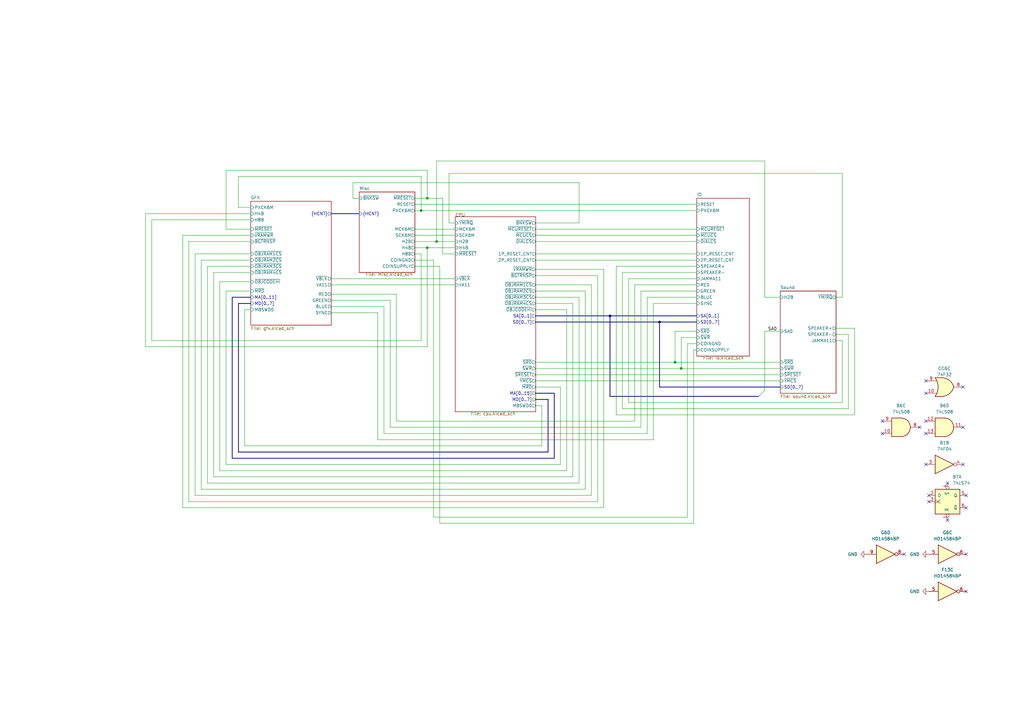
<source format=kicad_sch>
(kicad_sch (version 20211123) (generator eeschema)
  (paper "A3")
  (title_block (title "Arkanoid: Revenge of Doh ") (date "2023-02-22") (company "Ulf Skutnabba, twitter: @skutis77") (comment 1 "Seta number: P0-022-A"))
  (lib_symbols
    (symbol "jt74:74LS04" (pin_names (offset 1.016))
      (property "Reference" "U" (at 0 1.27 0))
      (property "Value" "74LS04" (at 0 -1.27 0))
      (symbol "74LS04_1_0"
        (polyline (pts (xy -3.81 3.81) (xy -3.81 -3.81) (xy 3.81 0) (xy -3.81 3.81)) (stroke (width 0.254)) (fill (type background)))
        (pin input line (at -7.62 0 0) (length 3.81) (name "~") (number "1"))
        (pin output inverted (at 7.62 0 180) (length 3.81) (name "~") (number "2"))
      )
      (symbol "74LS04_2_0"
        (polyline (pts (xy -3.81 3.81) (xy -3.81 -3.81) (xy 3.81 0) (xy -3.81 3.81)) (stroke (width 0.254)) (fill (type background)))
        (pin input line (at -7.62 0 0) (length 3.81) (name "~") (number "3"))
        (pin output inverted (at 7.62 0 180) (length 3.81) (name "~") (number "4"))
      )
      (symbol "74LS04_3_0"
        (polyline (pts (xy -3.81 3.81) (xy -3.81 -3.81) (xy 3.81 0) (xy -3.81 3.81)) (stroke (width 0.254)) (fill (type background)))
        (pin input line (at -7.62 0 0) (length 3.81) (name "~") (number "5"))
        (pin output inverted (at 7.62 0 180) (length 3.81) (name "~") (number "6"))
      )
      (symbol "74LS04_4_0"
        (polyline (pts (xy -3.81 3.81) (xy -3.81 -3.81) (xy 3.81 0) (xy -3.81 3.81)) (stroke (width 0.254)) (fill (type background)))
        (pin output inverted (at 7.62 0 180) (length 3.81) (name "~") (number "8"))
        (pin input line (at -7.62 0 0) (length 3.81) (name "~") (number "9"))
      )
      (symbol "74LS04_5_0"
        (polyline (pts (xy -3.81 3.81) (xy -3.81 -3.81) (xy 3.81 0) (xy -3.81 3.81)) (stroke (width 0.254)) (fill (type background)))
        (pin output inverted (at 7.62 0 180) (length 3.81) (name "~") (number "10"))
        (pin input line (at -7.62 0 0) (length 3.81) (name "~") (number "11"))
      )
      (symbol "74LS04_6_0"
        (polyline (pts (xy -3.81 3.81) (xy -3.81 -3.81) (xy 3.81 0) (xy -3.81 3.81)) (stroke (width 0.254)) (fill (type background)))
        (pin output inverted (at 7.62 0 180) (length 3.81) (name "~") (number "12"))
        (pin input line (at -7.62 0 0) (length 3.81) (name "~") (number "13"))
      )
      (symbol "74LS04_7_0"
        (pin power_in line (at 0 7.62 270) (length 5.08) hide (name "VCC") (number "14"))
        (pin power_in line (at 0 -7.62 90) (length 5.08) hide (name "VSS") (number "7"))
      )
      (symbol "74LS04_7_1"
        (rectangle (start -5.08 7.62) (end 5.08 -7.62) (stroke (width 0.254)) (fill (type background)))
      )
    )
    (symbol "jt74:74LS08" (pin_names (offset 1.016))
      (property "Reference" "U" (at 0 1.27 0))
      (property "Value" "74LS08" (at 0 -1.27 0))
      (symbol "74LS08_1_1"
        (arc (start 0 -3.81) (mid 3.81 0) (end 0 3.81) (stroke (width 0.254)) (fill (type background)))
        (polyline (pts (xy 0 3.81) (xy -3.81 3.81) (xy -3.81 -3.81) (xy 0 -3.81)) (stroke (width 0.254)) (fill (type background)))
        (pin input line (at -7.62 2.54 0) (length 3.81) (name "~") (number "1"))
        (pin input line (at -7.62 -2.54 0) (length 3.81) (name "~") (number "2"))
        (pin output line (at 7.62 0 180) (length 3.81) (name "~") (number "3"))
      )
      (symbol "74LS08_1_2"
        (arc (start -3.81 -3.81) (mid -2.589 0) (end -3.81 3.81) (stroke (width 0.254)))
        (arc (start -0.6096 -3.81) (mid 2.1855 -2.584) (end 3.81 0) (stroke (width 0.254)) (fill (type background)))
        (polyline (pts (xy -3.81 -3.81) (xy -0.635 -3.81)) (stroke (width 0.254)) (fill (type background)))
        (polyline (pts (xy -3.81 3.81) (xy -0.635 3.81)) (stroke (width 0.254)) (fill (type background)))
        (polyline (pts (xy -0.635 3.81) (xy -3.81 3.81) (xy -3.81 3.81) (xy -3.556 3.4036) (xy -3.0226 2.2606) (xy -2.6924 1.0414) (xy -2.6162 -0.254) (xy -2.7686 -1.4986) (xy -3.175 -2.7178) (xy -3.81 -3.81) (xy -3.81 -3.81) (xy -0.635 -3.81)) (stroke (width -25.4)) (fill (type background)))
        (arc (start 3.81 0) (mid 2.1928 2.5925) (end -0.6096 3.81) (stroke (width 0.254)) (fill (type background)))
        (pin input inverted (at -7.62 2.54 0) (length 4.318) (name "~") (number "1"))
        (pin input inverted (at -7.62 -2.54 0) (length 4.318) (name "~") (number "2"))
        (pin output inverted (at 7.62 0 180) (length 3.81) (name "~") (number "3"))
      )
      (symbol "74LS08_2_1"
        (arc (start 0 -3.81) (mid 3.81 0) (end 0 3.81) (stroke (width 0.254)) (fill (type background)))
        (polyline (pts (xy 0 3.81) (xy -3.81 3.81) (xy -3.81 -3.81) (xy 0 -3.81)) (stroke (width 0.254)) (fill (type background)))
        (pin input line (at -7.62 2.54 0) (length 3.81) (name "~") (number "4"))
        (pin input line (at -7.62 -2.54 0) (length 3.81) (name "~") (number "5"))
        (pin output line (at 7.62 0 180) (length 3.81) (name "~") (number "6"))
      )
      (symbol "74LS08_2_2"
        (arc (start -3.81 -3.81) (mid -2.589 0) (end -3.81 3.81) (stroke (width 0.254)))
        (arc (start -0.6096 -3.81) (mid 2.1855 -2.584) (end 3.81 0) (stroke (width 0.254)) (fill (type background)))
        (polyline (pts (xy -3.81 -3.81) (xy -0.635 -3.81)) (stroke (width 0.254)) (fill (type background)))
        (polyline (pts (xy -3.81 3.81) (xy -0.635 3.81)) (stroke (width 0.254)) (fill (type background)))
        (polyline (pts (xy -0.635 3.81) (xy -3.81 3.81) (xy -3.81 3.81) (xy -3.556 3.4036) (xy -3.0226 2.2606) (xy -2.6924 1.0414) (xy -2.6162 -0.254) (xy -2.7686 -1.4986) (xy -3.175 -2.7178) (xy -3.81 -3.81) (xy -3.81 -3.81) (xy -0.635 -3.81)) (stroke (width -25.4)) (fill (type background)))
        (arc (start 3.81 0) (mid 2.1928 2.5925) (end -0.6096 3.81) (stroke (width 0.254)) (fill (type background)))
        (pin input inverted (at -7.62 2.54 0) (length 4.318) (name "~") (number "4"))
        (pin input inverted (at -7.62 -2.54 0) (length 4.318) (name "~") (number "5"))
        (pin output inverted (at 7.62 0 180) (length 3.81) (name "~") (number "6"))
      )
      (symbol "74LS08_3_1"
        (arc (start 0 -3.81) (mid 3.81 0) (end 0 3.81) (stroke (width 0.254)) (fill (type background)))
        (polyline (pts (xy 0 3.81) (xy -3.81 3.81) (xy -3.81 -3.81) (xy 0 -3.81)) (stroke (width 0.254)) (fill (type background)))
        (pin input line (at -7.62 -2.54 0) (length 3.81) (name "~") (number "10"))
        (pin output line (at 7.62 0 180) (length 3.81) (name "~") (number "8"))
        (pin input line (at -7.62 2.54 0) (length 3.81) (name "~") (number "9"))
      )
      (symbol "74LS08_3_2"
        (arc (start -3.81 -3.81) (mid -2.589 0) (end -3.81 3.81) (stroke (width 0.254)))
        (arc (start -0.6096 -3.81) (mid 2.1855 -2.584) (end 3.81 0) (stroke (width 0.254)) (fill (type background)))
        (polyline (pts (xy -3.81 -3.81) (xy -0.635 -3.81)) (stroke (width 0.254)) (fill (type background)))
        (polyline (pts (xy -3.81 3.81) (xy -0.635 3.81)) (stroke (width 0.254)) (fill (type background)))
        (polyline (pts (xy -0.635 3.81) (xy -3.81 3.81) (xy -3.81 3.81) (xy -3.556 3.4036) (xy -3.0226 2.2606) (xy -2.6924 1.0414) (xy -2.6162 -0.254) (xy -2.7686 -1.4986) (xy -3.175 -2.7178) (xy -3.81 -3.81) (xy -3.81 -3.81) (xy -0.635 -3.81)) (stroke (width -25.4)) (fill (type background)))
        (arc (start 3.81 0) (mid 2.1928 2.5925) (end -0.6096 3.81) (stroke (width 0.254)) (fill (type background)))
        (pin input inverted (at -7.62 -2.54 0) (length 4.318) (name "~") (number "10"))
        (pin output inverted (at 7.62 0 180) (length 3.81) (name "~") (number "8"))
        (pin input inverted (at -7.62 2.54 0) (length 4.318) (name "~") (number "9"))
      )
      (symbol "74LS08_4_1"
        (arc (start 0 -3.81) (mid 3.81 0) (end 0 3.81) (stroke (width 0.254)) (fill (type background)))
        (polyline (pts (xy 0 3.81) (xy -3.81 3.81) (xy -3.81 -3.81) (xy 0 -3.81)) (stroke (width 0.254)) (fill (type background)))
        (pin output line (at 7.62 0 180) (length 3.81) (name "~") (number "11"))
        (pin input line (at -7.62 2.54 0) (length 3.81) (name "~") (number "12"))
        (pin input line (at -7.62 -2.54 0) (length 3.81) (name "~") (number "13"))
      )
      (symbol "74LS08_4_2"
        (arc (start -3.81 -3.81) (mid -2.589 0) (end -3.81 3.81) (stroke (width 0.254)))
        (arc (start -0.6096 -3.81) (mid 2.1855 -2.584) (end 3.81 0) (stroke (width 0.254)) (fill (type background)))
        (polyline (pts (xy -3.81 -3.81) (xy -0.635 -3.81)) (stroke (width 0.254)) (fill (type background)))
        (polyline (pts (xy -3.81 3.81) (xy -0.635 3.81)) (stroke (width 0.254)) (fill (type background)))
        (polyline (pts (xy -0.635 3.81) (xy -3.81 3.81) (xy -3.81 3.81) (xy -3.556 3.4036) (xy -3.0226 2.2606) (xy -2.6924 1.0414) (xy -2.6162 -0.254) (xy -2.7686 -1.4986) (xy -3.175 -2.7178) (xy -3.81 -3.81) (xy -3.81 -3.81) (xy -0.635 -3.81)) (stroke (width -25.4)) (fill (type background)))
        (arc (start 3.81 0) (mid 2.1928 2.5925) (end -0.6096 3.81) (stroke (width 0.254)) (fill (type background)))
        (pin output inverted (at 7.62 0 180) (length 3.81) (name "~") (number "11"))
        (pin input inverted (at -7.62 2.54 0) (length 4.318) (name "~") (number "12"))
        (pin input inverted (at -7.62 -2.54 0) (length 4.318) (name "~") (number "13"))
      )
      (symbol "74LS08_5_0"
        (pin power_in line (at 0 7.62 270) (length 5.08) hide (name "VCC") (number "14"))
        (pin power_in line (at 0 -7.62 90) (length 5.08) hide (name "VSS") (number "7"))
      )
      (symbol "74LS08_5_1"
        (rectangle (start -5.08 7.62) (end 5.08 -7.62) (stroke (width 0.254)) (fill (type background)))
      )
    )
    (symbol "jt74:74LS14" (pin_names (offset 1.016))
      (property "Reference" "U" (at 0 1.27 0))
      (property "Value" "74LS14" (at 0 -1.27 0))
      (symbol "74LS14_1_0"
        (polyline (pts (xy -3.81 3.81) (xy -3.81 -3.81) (xy 3.81 0) (xy -3.81 3.81)) (stroke (width 0.254)) (fill (type background)))
        (pin input line (at -7.62 0 0) (length 3.81) (name "~") (number "1"))
        (pin output inverted (at 7.62 0 180) (length 3.81) (name "~") (number "2"))
      )
      (symbol "74LS14_2_0"
        (polyline (pts (xy -3.81 3.81) (xy -3.81 -3.81) (xy 3.81 0) (xy -3.81 3.81)) (stroke (width 0.254)) (fill (type background)))
        (pin input line (at -7.62 0 0) (length 3.81) (name "~") (number "3"))
        (pin output inverted (at 7.62 0 180) (length 3.81) (name "~") (number "4"))
      )
      (symbol "74LS14_3_0"
        (polyline (pts (xy -3.81 3.81) (xy -3.81 -3.81) (xy 3.81 0) (xy -3.81 3.81)) (stroke (width 0.254)) (fill (type background)))
        (pin input line (at -7.62 0 0) (length 3.81) (name "~") (number "5"))
        (pin output inverted (at 7.62 0 180) (length 3.81) (name "~") (number "6"))
      )
      (symbol "74LS14_4_0"
        (polyline (pts (xy -3.81 3.81) (xy -3.81 -3.81) (xy 3.81 0) (xy -3.81 3.81)) (stroke (width 0.254)) (fill (type background)))
        (pin output inverted (at 7.62 0 180) (length 3.81) (name "~") (number "8"))
        (pin input line (at -7.62 0 0) (length 3.81) (name "~") (number "9"))
      )
      (symbol "74LS14_5_0"
        (polyline (pts (xy -3.81 3.81) (xy -3.81 -3.81) (xy 3.81 0) (xy -3.81 3.81)) (stroke (width 0.254)) (fill (type background)))
        (pin output inverted (at 7.62 0 180) (length 3.81) (name "~") (number "10"))
        (pin input line (at -7.62 0 0) (length 3.81) (name "~") (number "11"))
      )
      (symbol "74LS14_6_0"
        (polyline (pts (xy -3.81 3.81) (xy -3.81 -3.81) (xy 3.81 0) (xy -3.81 3.81)) (stroke (width 0.254)) (fill (type background)))
        (pin output inverted (at 7.62 0 180) (length 3.81) (name "~") (number "12"))
        (pin input line (at -7.62 0 0) (length 3.81) (name "~") (number "13"))
      )
      (symbol "74LS14_7_0"
        (pin power_in line (at 0 7.62 270) (length 5.08) hide (name "VCC") (number "14"))
        (pin power_in line (at 1.27 -7.62 90) (length 5.08) hide (name "VSS") (number "7"))
      )
      (symbol "74LS14_7_1"
        (rectangle (start -5.08 7.62) (end 5.08 -7.62) (stroke (width 0.254)) (fill (type background)))
      )
    )
    (symbol "jt74:74LS32" (pin_names (offset 1.016))
      (property "Reference" "U" (at 0 1.27 0))
      (property "Value" "74LS32" (at 0 -1.27 0))
      (symbol "74LS32_1_1"
        (arc (start -3.81 -3.81) (mid -2.589 0) (end -3.81 3.81) (stroke (width 0.254)))
        (arc (start -0.6096 -3.81) (mid 2.1855 -2.584) (end 3.81 0) (stroke (width 0.254)) (fill (type background)))
        (polyline (pts (xy -3.81 -3.81) (xy -0.635 -3.81)) (stroke (width 0.254)) (fill (type background)))
        (polyline (pts (xy -3.81 3.81) (xy -0.635 3.81)) (stroke (width 0.254)) (fill (type background)))
        (polyline (pts (xy -0.635 3.81) (xy -3.81 3.81) (xy -3.81 3.81) (xy -3.556 3.4036) (xy -3.0226 2.2606) (xy -2.6924 1.0414) (xy -2.6162 -0.254) (xy -2.7686 -1.4986) (xy -3.175 -2.7178) (xy -3.81 -3.81) (xy -3.81 -3.81) (xy -0.635 -3.81)) (stroke (width -25.4)) (fill (type background)))
        (arc (start 3.81 0) (mid 2.1928 2.5925) (end -0.6096 3.81) (stroke (width 0.254)) (fill (type background)))
        (pin input line (at -7.62 2.54 0) (length 4.318) (name "~") (number "1"))
        (pin input line (at -7.62 -2.54 0) (length 4.318) (name "~") (number "2"))
        (pin output line (at 7.62 0 180) (length 3.81) (name "~") (number "3"))
      )
      (symbol "74LS32_1_2"
        (arc (start 0 -3.81) (mid 3.81 0) (end 0 3.81) (stroke (width 0.254)) (fill (type background)))
        (polyline (pts (xy 0 3.81) (xy -3.81 3.81) (xy -3.81 -3.81) (xy 0 -3.81)) (stroke (width 0.254)) (fill (type background)))
        (pin input inverted (at -7.62 2.54 0) (length 3.81) (name "~") (number "1"))
        (pin input inverted (at -7.62 -2.54 0) (length 3.81) (name "~") (number "2"))
        (pin output inverted (at 7.62 0 180) (length 3.81) (name "~") (number "3"))
      )
      (symbol "74LS32_2_1"
        (arc (start -3.81 -3.81) (mid -2.589 0) (end -3.81 3.81) (stroke (width 0.254)))
        (arc (start -0.6096 -3.81) (mid 2.1855 -2.584) (end 3.81 0) (stroke (width 0.254)) (fill (type background)))
        (polyline (pts (xy -3.81 -3.81) (xy -0.635 -3.81)) (stroke (width 0.254)) (fill (type background)))
        (polyline (pts (xy -3.81 3.81) (xy -0.635 3.81)) (stroke (width 0.254)) (fill (type background)))
        (polyline (pts (xy -0.635 3.81) (xy -3.81 3.81) (xy -3.81 3.81) (xy -3.556 3.4036) (xy -3.0226 2.2606) (xy -2.6924 1.0414) (xy -2.6162 -0.254) (xy -2.7686 -1.4986) (xy -3.175 -2.7178) (xy -3.81 -3.81) (xy -3.81 -3.81) (xy -0.635 -3.81)) (stroke (width -25.4)) (fill (type background)))
        (arc (start 3.81 0) (mid 2.1928 2.5925) (end -0.6096 3.81) (stroke (width 0.254)) (fill (type background)))
        (pin input line (at -7.62 2.54 0) (length 4.318) (name "~") (number "4"))
        (pin input line (at -7.62 -2.54 0) (length 4.318) (name "~") (number "5"))
        (pin output line (at 7.62 0 180) (length 3.81) (name "~") (number "6"))
      )
      (symbol "74LS32_2_2"
        (arc (start 0 -3.81) (mid 3.81 0) (end 0 3.81) (stroke (width 0.254)) (fill (type background)))
        (polyline (pts (xy 0 3.81) (xy -3.81 3.81) (xy -3.81 -3.81) (xy 0 -3.81)) (stroke (width 0.254)) (fill (type background)))
        (pin input inverted (at -7.62 2.54 0) (length 3.81) (name "~") (number "4"))
        (pin input inverted (at -7.62 -2.54 0) (length 3.81) (name "~") (number "5"))
        (pin output inverted (at 7.62 0 180) (length 3.81) (name "~") (number "6"))
      )
      (symbol "74LS32_3_1"
        (arc (start -3.81 -3.81) (mid -2.589 0) (end -3.81 3.81) (stroke (width 0.254)))
        (arc (start -0.6096 -3.81) (mid 2.1855 -2.584) (end 3.81 0) (stroke (width 0.254)) (fill (type background)))
        (polyline (pts (xy -3.81 -3.81) (xy -0.635 -3.81)) (stroke (width 0.254)) (fill (type background)))
        (polyline (pts (xy -3.81 3.81) (xy -0.635 3.81)) (stroke (width 0.254)) (fill (type background)))
        (polyline (pts (xy -0.635 3.81) (xy -3.81 3.81) (xy -3.81 3.81) (xy -3.556 3.4036) (xy -3.0226 2.2606) (xy -2.6924 1.0414) (xy -2.6162 -0.254) (xy -2.7686 -1.4986) (xy -3.175 -2.7178) (xy -3.81 -3.81) (xy -3.81 -3.81) (xy -0.635 -3.81)) (stroke (width -25.4)) (fill (type background)))
        (arc (start 3.81 0) (mid 2.1928 2.5925) (end -0.6096 3.81) (stroke (width 0.254)) (fill (type background)))
        (pin input line (at -7.62 -2.54 0) (length 4.318) (name "~") (number "10"))
        (pin output line (at 7.62 0 180) (length 3.81) (name "~") (number "8"))
        (pin input line (at -7.62 2.54 0) (length 4.318) (name "~") (number "9"))
      )
      (symbol "74LS32_3_2"
        (arc (start 0 -3.81) (mid 3.81 0) (end 0 3.81) (stroke (width 0.254)) (fill (type background)))
        (polyline (pts (xy 0 3.81) (xy -3.81 3.81) (xy -3.81 -3.81) (xy 0 -3.81)) (stroke (width 0.254)) (fill (type background)))
        (pin input inverted (at -7.62 -2.54 0) (length 3.81) (name "~") (number "10"))
        (pin output inverted (at 7.62 0 180) (length 3.81) (name "~") (number "8"))
        (pin input inverted (at -7.62 2.54 0) (length 3.81) (name "~") (number "9"))
      )
      (symbol "74LS32_4_1"
        (arc (start -3.81 -3.81) (mid -2.589 0) (end -3.81 3.81) (stroke (width 0.254)))
        (arc (start -0.6096 -3.81) (mid 2.1855 -2.584) (end 3.81 0) (stroke (width 0.254)) (fill (type background)))
        (polyline (pts (xy -3.81 -3.81) (xy -0.635 -3.81)) (stroke (width 0.254)) (fill (type background)))
        (polyline (pts (xy -3.81 3.81) (xy -0.635 3.81)) (stroke (width 0.254)) (fill (type background)))
        (polyline (pts (xy -0.635 3.81) (xy -3.81 3.81) (xy -3.81 3.81) (xy -3.556 3.4036) (xy -3.0226 2.2606) (xy -2.6924 1.0414) (xy -2.6162 -0.254) (xy -2.7686 -1.4986) (xy -3.175 -2.7178) (xy -3.81 -3.81) (xy -3.81 -3.81) (xy -0.635 -3.81)) (stroke (width -25.4)) (fill (type background)))
        (arc (start 3.81 0) (mid 2.1928 2.5925) (end -0.6096 3.81) (stroke (width 0.254)) (fill (type background)))
        (pin output line (at 7.62 0 180) (length 3.81) (name "~") (number "11"))
        (pin input line (at -7.62 2.54 0) (length 4.318) (name "~") (number "12"))
        (pin input line (at -7.62 -2.54 0) (length 4.318) (name "~") (number "13"))
      )
      (symbol "74LS32_4_2"
        (arc (start 0 -3.81) (mid 3.81 0) (end 0 3.81) (stroke (width 0.254)) (fill (type background)))
        (polyline (pts (xy 0 3.81) (xy -3.81 3.81) (xy -3.81 -3.81) (xy 0 -3.81)) (stroke (width 0.254)) (fill (type background)))
        (pin output inverted (at 7.62 0 180) (length 3.81) (name "~") (number "11"))
        (pin input inverted (at -7.62 2.54 0) (length 3.81) (name "~") (number "12"))
        (pin input inverted (at -7.62 -2.54 0) (length 3.81) (name "~") (number "13"))
      )
      (symbol "74LS32_5_0"
        (pin power_in line (at 0 7.62 270) (length 5.08) hide (name "VCC") (number "14"))
        (pin power_in line (at 0 -7.62 90) (length 5.08) hide (name "VSS") (number "7"))
      )
      (symbol "74LS32_5_1"
        (rectangle (start -5.08 7.62) (end 5.08 -7.62) (stroke (width 0.254)) (fill (type background)))
      )
    )
    (symbol "jt74:74LS74" (pin_names (offset 1.016))
      (property "Reference" "U" (at 3.81 5.08 0))
      (property "Value" "74LS74" (at 0 0 0))
      (symbol "74LS74_1_0"
        (pin input inverted (at 0 -7.62 90) (length 2.54) (name "~{R}") (number "1"))
        (pin input line (at -7.62 2.54 0) (length 2.54) (name "D") (number "2"))
        (pin input clock (at -7.62 0 0) (length 2.54) (name "C") (number "3"))
        (pin input inverted (at 0 7.62 270) (length 2.54) (name "~{S}") (number "4"))
        (pin output line (at 7.62 2.54 180) (length 2.54) (name "Q") (number "5"))
        (pin output line (at 7.62 -2.54 180) (length 2.54) (name "~{Q}") (number "6"))
      )
      (symbol "74LS74_1_1"
        (rectangle (start -5.08 5.08) (end 5.08 -5.08) (stroke (width 0.254)) (fill (type background)))
      )
      (symbol "74LS74_2_0"
        (pin input clock (at -7.62 0 0) (length 2.54) (name "C") (number "11"))
        (pin input line (at -7.62 2.54 0) (length 2.54) (name "D") (number "12"))
        (pin input line (at 0 -7.62 90) (length 2.54) (name "~{R}") (number "13"))
        (pin output line (at 7.62 -2.54 180) (length 2.54) (name "~{Q}") (number "8"))
        (pin output line (at 7.62 2.54 180) (length 2.54) (name "Q") (number "9"))
      )
      (symbol "74LS74_2_1"
        (rectangle (start -5.08 5.08) (end 5.08 -5.08) (stroke (width 0.254)) (fill (type background)))
        (pin input line (at 0 7.62 270) (length 2.54) (name "~{S}") (number "10"))
      )
      (symbol "74LS74_3_0"
        (pin power_in line (at 0 7.62 270) (length 2.54) hide (name "VCC") (number "14"))
        (pin power_in line (at 0 -7.62 90) (length 2.54) hide (name "VSS") (number "7"))
      )
      (symbol "74LS74_3_1"
        (rectangle (start -5.08 7.62) (end 5.08 -7.62) (stroke (width 0.254)) (fill (type background)))
      )
    )
    (symbol "power:GND" (power) (pin_names (offset 0))
      (property "Value" "GND" (at 0 -3.81 0))
      (symbol "GND_0_1"
        (polyline (pts (xy 0 0) (xy 0 -1.27) (xy 1.27 -1.27) (xy 0 -2.54) (xy -1.27 -1.27) (xy 0 -1.27)))
      )
      (symbol "GND_1_1"
        (pin power_in line (at 0 0 270) (length 0) hide (name "GND") (number "1"))
      )
    )
  )
  (junction (at 175.26 81.28))
  (junction (at 175.26 101.6))
  (junction (at 179.07 99.06))
  (junction (at 279.4 151.13))
  (junction (at 172.72 86.36))
  (junction (at 250.19 129.54))
  (junction (at 276.86 148.59))
  (junction (at 270.51 132.08))
  (no_connect (at 370.84 227.33))
  (no_connect (at 379.73 172.72))
  (no_connect (at 377.19 175.26))
  (no_connect (at 379.73 177.8))
  (no_connect (at 361.95 172.72))
  (no_connect (at 361.95 177.8))
  (no_connect (at 394.97 175.26))
  (no_connect (at 396.24 242.57))
  (no_connect (at 388.62 198.12))
  (no_connect (at 388.62 213.36))
  (no_connect (at 381 205.74))
  (no_connect (at 396.24 208.28))
  (no_connect (at 381 203.2))
  (no_connect (at 396.24 203.2))
  (no_connect (at 396.24 227.33))
  (no_connect (at 394.97 158.75))
  (no_connect (at 379.73 156.21))
  (no_connect (at 379.73 161.29))
  (no_connect (at 394.97 190.5))
  (no_connect (at 379.73 190.5))
  (bus_entry (at 311.15 162.56) (size 2.54 -2.54))
  (wire (pts (xy 260.35 116.84) (xy 260.35 172.72)))
  (wire (pts (xy 342.9 134.62) (xy 350.52 134.62)))
  (wire (pts (xy 219.71 127) (xy 232.41 127)))
  (wire (pts (xy 237.49 121.92) (xy 237.49 198.12)))
  (wire (pts (xy 97.79 85.09) (xy 102.87 85.09)))
  (wire (pts (xy 77.47 205.74) (xy 77.47 99.06)))
  (wire (pts (xy 219.71 110.49) (xy 247.65 110.49)))
  (wire (pts (xy 284.48 143.51) (xy 285.75 143.51)))
  (wire (pts (xy 219.71 156.21) (xy 320.04 156.21)))
  (bus (pts (xy 270.51 158.75) (xy 320.04 158.75)))
  (wire (pts (xy 100.33 182.88) (xy 100.33 127)))
  (wire (pts (xy 267.97 124.46) (xy 267.97 180.34)))
  (wire (pts (xy 170.18 81.28) (xy 175.26 81.28)))
  (wire (pts (xy 177.8 106.68) (xy 177.8 212.09)))
  (bus (pts (xy 219.71 161.29) (xy 227.33 161.29)))
  (wire (pts (xy 262.89 119.38) (xy 262.89 175.26)))
  (wire (pts (xy 232.41 127) (xy 232.41 193.04)))
  (wire (pts (xy 177.8 212.09) (xy 281.94 212.09)))
  (wire (pts (xy 279.4 138.43) (xy 279.4 151.13)))
  (wire (pts (xy 345.44 165.1) (xy 257.81 165.1)))
  (wire (pts (xy 160.02 123.19) (xy 160.02 175.26)))
  (wire (pts (xy 219.71 153.67) (xy 320.04 153.67)))
  (wire (pts (xy 170.18 101.6) (xy 175.26 101.6)))
  (wire (pts (xy 219.71 106.68) (xy 285.75 106.68)))
  (wire (pts (xy 219.71 151.13) (xy 279.4 151.13)))
  (wire (pts (xy 62.23 139.7) (xy 62.23 90.17)))
  (bus (pts (xy 95.25 121.92) (xy 95.25 187.96)))
  (wire (pts (xy 179.07 66.04) (xy 313.69 66.04)))
  (wire (pts (xy 285.75 121.92) (xy 265.43 121.92)))
  (wire (pts (xy 82.55 200.66) (xy 82.55 106.68)))
  (wire (pts (xy 276.86 135.89) (xy 276.86 148.59)))
  (wire (pts (xy 59.69 87.63) (xy 102.87 87.63)))
  (wire (pts (xy 157.48 125.73) (xy 157.48 177.8)))
  (wire (pts (xy 175.26 69.85) (xy 92.71 69.85)))
  (bus (pts (xy 219.71 132.08) (xy 270.51 132.08)))
  (wire (pts (xy 172.72 139.7) (xy 62.23 139.7)))
  (wire (pts (xy 257.81 114.3) (xy 257.81 165.1)))
  (wire (pts (xy 219.71 166.37) (xy 222.25 166.37)))
  (wire (pts (xy 179.07 99.06) (xy 186.69 99.06)))
  (wire (pts (xy 172.72 86.36) (xy 172.72 72.39)))
  (wire (pts (xy 265.43 121.92) (xy 265.43 177.8)))
  (wire (pts (xy 320.04 121.92) (xy 313.69 121.92)))
  (wire (pts (xy 313.69 66.04) (xy 313.69 121.92)))
  (bus (pts (xy 270.51 132.08) (xy 270.51 158.75)))
  (wire (pts (xy 219.71 96.52) (xy 285.75 96.52)))
  (wire (pts (xy 85.09 109.22) (xy 102.87 109.22)))
  (wire (pts (xy 242.57 116.84) (xy 242.57 203.2)))
  (wire (pts (xy 170.18 99.06) (xy 179.07 99.06)))
  (wire (pts (xy 80.01 104.14) (xy 102.87 104.14)))
  (wire (pts (xy 92.71 69.85) (xy 92.71 93.98)))
  (wire (pts (xy 90.17 115.57) (xy 102.87 115.57)))
  (bus (pts (xy 135.89 87.63) (xy 147.32 87.63)))
  (wire (pts (xy 240.03 200.66) (xy 82.55 200.66)))
  (wire (pts (xy 219.71 93.98) (xy 285.75 93.98)))
  (wire (pts (xy 219.71 99.06) (xy 285.75 99.06)))
  (wire (pts (xy 144.78 81.28) (xy 147.32 81.28)))
  (bus (pts (xy 224.79 185.42) (xy 97.79 185.42)))
  (wire (pts (xy 184.15 91.44) (xy 186.69 91.44)))
  (wire (pts (xy 350.52 134.62) (xy 350.52 170.18)))
  (wire (pts (xy 350.52 170.18) (xy 252.73 170.18)))
  (wire (pts (xy 234.95 124.46) (xy 234.95 195.58)))
  (bus (pts (xy 250.19 129.54) (xy 285.75 129.54)))
  (bus (pts (xy 227.33 161.29) (xy 227.33 187.96)))
  (wire (pts (xy 342.9 121.92) (xy 345.44 121.92)))
  (wire (pts (xy 219.71 104.14) (xy 285.75 104.14)))
  (wire (pts (xy 92.71 93.98) (xy 102.87 93.98)))
  (wire (pts (xy 74.93 96.52) (xy 102.87 96.52)))
  (wire (pts (xy 87.63 111.76) (xy 102.87 111.76)))
  (wire (pts (xy 219.71 124.46) (xy 234.95 124.46)))
  (wire (pts (xy 285.75 116.84) (xy 260.35 116.84)))
  (wire (pts (xy 144.78 74.93) (xy 144.78 81.28)))
  (wire (pts (xy 345.44 71.12) (xy 345.44 121.92)))
  (wire (pts (xy 345.44 139.7) (xy 345.44 165.1)))
  (wire (pts (xy 154.94 180.34) (xy 267.97 180.34)))
  (wire (pts (xy 170.18 106.68) (xy 177.8 106.68)))
  (bus (pts (xy 102.87 121.92) (xy 95.25 121.92)))
  (wire (pts (xy 284.48 143.51) (xy 284.48 214.63)))
  (wire (pts (xy 160.02 175.26) (xy 262.89 175.26)))
  (wire (pts (xy 175.26 81.28) (xy 175.26 69.85)))
  (wire (pts (xy 219.71 121.92) (xy 237.49 121.92)))
  (wire (pts (xy 172.72 86.36) (xy 285.75 86.36)))
  (wire (pts (xy 229.87 190.5) (xy 92.71 190.5)))
  (wire (pts (xy 59.69 142.24) (xy 59.69 87.63)))
  (wire (pts (xy 175.26 81.28) (xy 181.61 81.28)))
  (wire (pts (xy 342.9 137.16) (xy 347.98 137.16)))
  (wire (pts (xy 180.34 214.63) (xy 284.48 214.63)))
  (wire (pts (xy 219.71 113.03) (xy 245.11 113.03)))
  (bus (pts (xy 224.79 163.83) (xy 224.79 185.42)))
  (wire (pts (xy 234.95 195.58) (xy 87.63 195.58)))
  (wire (pts (xy 144.78 74.93) (xy 237.49 74.93)))
  (wire (pts (xy 162.56 172.72) (xy 260.35 172.72)))
  (wire (pts (xy 229.87 158.75) (xy 229.87 190.5)))
  (wire (pts (xy 170.18 96.52) (xy 186.69 96.52)))
  (wire (pts (xy 179.07 66.04) (xy 179.07 99.06)))
  (wire (pts (xy 80.01 203.2) (xy 80.01 104.14)))
  (wire (pts (xy 175.26 142.24) (xy 59.69 142.24)))
  (wire (pts (xy 135.89 125.73) (xy 157.48 125.73)))
  (wire (pts (xy 285.75 124.46) (xy 267.97 124.46)))
  (wire (pts (xy 135.89 123.19) (xy 160.02 123.19)))
  (wire (pts (xy 82.55 106.68) (xy 102.87 106.68)))
  (bus (pts (xy 250.19 162.56) (xy 311.15 162.56)))
  (wire (pts (xy 90.17 193.04) (xy 90.17 115.57)))
  (wire (pts (xy 347.98 167.64) (xy 255.27 167.64)))
  (wire (pts (xy 285.75 109.22) (xy 252.73 109.22)))
  (wire (pts (xy 175.26 101.6) (xy 175.26 142.24)))
  (wire (pts (xy 285.75 111.76) (xy 255.27 111.76)))
  (wire (pts (xy 175.26 101.6) (xy 186.69 101.6)))
  (wire (pts (xy 279.4 151.13) (xy 320.04 151.13)))
  (wire (pts (xy 92.71 190.5) (xy 92.71 119.38)))
  (wire (pts (xy 240.03 119.38) (xy 240.03 200.66)))
  (wire (pts (xy 219.71 91.44) (xy 237.49 91.44)))
  (bus (pts (xy 97.79 185.42) (xy 97.79 124.46)))
  (wire (pts (xy 222.25 182.88) (xy 100.33 182.88)))
  (wire (pts (xy 242.57 203.2) (xy 80.01 203.2)))
  (wire (pts (xy 170.18 86.36) (xy 172.72 86.36)))
  (wire (pts (xy 222.25 166.37) (xy 222.25 182.88)))
  (wire (pts (xy 342.9 139.7) (xy 345.44 139.7)))
  (wire (pts (xy 97.79 72.39) (xy 172.72 72.39)))
  (wire (pts (xy 281.94 140.97) (xy 285.75 140.97)))
  (wire (pts (xy 184.15 71.12) (xy 184.15 91.44)))
  (wire (pts (xy 237.49 91.44) (xy 237.49 74.93)))
  (wire (pts (xy 135.89 116.84) (xy 186.69 116.84)))
  (bus (pts (xy 250.19 129.54) (xy 250.19 162.56)))
  (bus (pts (xy 97.79 124.46) (xy 102.87 124.46)))
  (wire (pts (xy 313.69 160.02) (xy 313.69 135.89)))
  (wire (pts (xy 172.72 104.14) (xy 172.72 139.7)))
  (wire (pts (xy 245.11 205.74) (xy 77.47 205.74)))
  (wire (pts (xy 62.23 90.17) (xy 102.87 90.17)))
  (wire (pts (xy 247.65 208.28) (xy 74.93 208.28)))
  (wire (pts (xy 219.71 116.84) (xy 242.57 116.84)))
  (wire (pts (xy 87.63 195.58) (xy 87.63 111.76)))
  (wire (pts (xy 74.93 208.28) (xy 74.93 96.52)))
  (wire (pts (xy 245.11 113.03) (xy 245.11 205.74)))
  (wire (pts (xy 252.73 109.22) (xy 252.73 170.18)))
  (wire (pts (xy 135.89 128.27) (xy 154.94 128.27)))
  (bus (pts (xy 95.25 187.96) (xy 227.33 187.96)))
  (wire (pts (xy 219.71 119.38) (xy 240.03 119.38)))
  (wire (pts (xy 237.49 198.12) (xy 85.09 198.12)))
  (wire (pts (xy 255.27 111.76) (xy 255.27 167.64)))
  (wire (pts (xy 154.94 128.27) (xy 154.94 180.34)))
  (wire (pts (xy 181.61 81.28) (xy 181.61 104.14)))
  (wire (pts (xy 92.71 119.38) (xy 102.87 119.38)))
  (wire (pts (xy 285.75 114.3) (xy 257.81 114.3)))
  (wire (pts (xy 276.86 148.59) (xy 320.04 148.59)))
  (wire (pts (xy 345.44 71.12) (xy 184.15 71.12)))
  (wire (pts (xy 85.09 198.12) (xy 85.09 109.22)))
  (wire (pts (xy 97.79 72.39) (xy 97.79 85.09)))
  (wire (pts (xy 347.98 137.16) (xy 347.98 167.64)))
  (wire (pts (xy 135.89 114.3) (xy 186.69 114.3)))
  (wire (pts (xy 170.18 93.98) (xy 186.69 93.98)))
  (wire (pts (xy 181.61 104.14) (xy 186.69 104.14)))
  (wire (pts (xy 285.75 119.38) (xy 262.89 119.38)))
  (wire (pts (xy 100.33 127) (xy 102.87 127)))
  (bus (pts (xy 270.51 132.08) (xy 285.75 132.08)))
  (wire (pts (xy 135.89 120.65) (xy 162.56 120.65)))
  (wire (pts (xy 276.86 135.89) (xy 285.75 135.89)))
  (wire (pts (xy 313.69 135.89) (xy 320.04 135.89)))
  (wire (pts (xy 219.71 158.75) (xy 229.87 158.75)))
  (wire (pts (xy 170.18 83.82) (xy 285.75 83.82)))
  (wire (pts (xy 232.41 193.04) (xy 90.17 193.04)))
  (wire (pts (xy 281.94 212.09) (xy 281.94 140.97)))
  (wire (pts (xy 219.71 148.59) (xy 276.86 148.59)))
  (wire (pts (xy 247.65 110.49) (xy 247.65 208.28)))
  (wire (pts (xy 279.4 138.43) (xy 285.75 138.43)))
  (bus (pts (xy 219.71 163.83) (xy 224.79 163.83)))
  (wire (pts (xy 77.47 99.06) (xy 102.87 99.06)))
  (wire (pts (xy 170.18 109.22) (xy 180.34 109.22)))
  (wire (pts (xy 170.18 104.14) (xy 172.72 104.14)))
  (wire (pts (xy 157.48 177.8) (xy 265.43 177.8)))
  (wire (pts (xy 180.34 109.22) (xy 180.34 214.63)))
  (wire (pts (xy 162.56 120.65) (xy 162.56 172.72)))
  (bus (pts (xy 219.71 129.54) (xy 250.19 129.54)))
  (label "SA0" (at 314.96 135.89 0))
  (symbol (lib_id "jt74:74LS04") (at 387.35 190.5 0) (unit 2)
    (property "Reference" "B1" (at 387.35 181.61 0))
    (property "Value" "74F04" (at 387.35 184.15 0))
    (property "Datasheet" "http://www.ti.com/lit/gpn/sn74LS04" (effects hide))
  )
  (symbol (lib_id "power:GND") (at 381 227.33 270) (unit 1)
    (property "Reference" "#PWR0102" (effects hide))
    (property "Value" "GND" (at 377.19 227.3299 90) (effects (justify right)))
  )
  (symbol (lib_id "jt74:74LS74") (at 388.62 205.74 0) (unit 1)
    (property "Reference" "B7" (at 390.6394 195.58 0) (effects (justify left)))
    (property "Value" "74LS74" (at 390.6394 198.12 0) (effects (justify left)))
    (property "Datasheet" "74xx/74hc_hct74.pdf" (effects hide))
  )
  (symbol (lib_id "power:GND") (at 355.6 227.33 270) (unit 1)
    (property "Reference" "#PWR0103" (effects hide))
    (property "Value" "GND" (at 351.79 227.3299 90) (effects (justify right)))
  )
  (symbol (lib_id "jt74:74LS32") (at 387.35 158.75 0) (unit 3)
    (property "Reference" "CC6" (at 387.35 151.13 0))
    (property "Value" "74F32" (at 387.35 153.67 0))
    (property "Datasheet" "http://www.ti.com/lit/gpn/sn74LS32" (effects hide))
  )
  (symbol (lib_id "jt74:74LS14") (at 388.62 227.33 0) (unit 3)
    (property "Reference" "G6" (at 388.62 218.44 0))
    (property "Value" "HD14584BP" (at 388.62 220.98 0))
    (property "Datasheet" "http://www.ti.com/lit/gpn/sn74LS14" (effects hide))
  )
  (symbol (lib_id "power:GND") (at 381 242.57 270) (unit 1)
    (property "Reference" "#PWR0101" (effects hide))
    (property "Value" "GND" (at 377.19 242.5699 90) (effects (justify right)))
  )
  (symbol (lib_id "jt74:74LS08") (at 369.57 175.26 0) (unit 3)
    (property "Reference" "B6" (at 369.57 166.37 0))
    (property "Value" "74LS08" (at 369.57 168.91 0))
    (property "Datasheet" "http://www.ti.com/lit/gpn/sn74LS08" (effects hide))
  )
  (symbol (lib_id "jt74:74LS14") (at 388.62 242.57 0) (unit 3)
    (property "Reference" "F13" (at 388.62 233.68 0))
    (property "Value" "HD14584BP" (at 388.62 236.22 0))
    (property "Datasheet" "http://www.ti.com/lit/gpn/sn74LS14" (effects hide))
  )
  (symbol (lib_id "jt74:74LS14") (at 363.22 227.33 0) (unit 4)
    (property "Reference" "G6" (at 363.22 218.44 0))
    (property "Value" "HD14584BP" (at 363.22 220.98 0))
    (property "Datasheet" "http://www.ti.com/lit/gpn/sn74LS14" (effects hide))
  )
  (symbol (lib_id "jt74:74LS08") (at 387.35 175.26 0) (unit 4)
    (property "Reference" "B6" (at 387.35 166.37 0))
    (property "Value" "74LS08" (at 387.35 168.91 0))
    (property "Datasheet" "http://www.ti.com/lit/gpn/sn74LS08" (effects hide))
  )
  (sheet (at 147.32 78.74) (size 22.86 33.02) (stroke (width 0.1524))
    (property "Sheet name" "Misc" (at 147.32 78.0284 0) (effects (justify left bottom)))
    (property "Sheet file" "misc.kicad_sch" (at 149.86 111.76 0) (effects (justify left top)))
    (pin "H8B" output (at 170.18 104.14 0))
    (pin "PXCK6M" output (at 170.18 86.36 0))
    (pin "H4B" output (at 170.18 101.6 0))
    (pin "~{BNKSW}" input (at 147.32 81.28 180))
    (pin "SCK6M" output (at 170.18 96.52 0))
    (pin "MCK6M" output (at 170.18 93.98 0))
    (pin "H2B" output (at 170.18 99.06 0))
    (pin "~{MRESET}" output (at 170.18 81.28 0))
    (pin "RESET" output (at 170.18 83.82 0))
    (pin "COINGND" output (at 170.18 106.68 0))
    (pin "{HCNT}" input (at 147.32 87.63 180))
    (pin "COINSUPPLY" output (at 170.18 109.22 0))
  )
  (sheet (at 320.04 119.38) (size 22.86 41.91) (stroke (width 0.1524))
    (property "Sheet name" "Sound" (at 320.04 118.6684 0) (effects (justify left bottom)))
    (property "Sheet file" "sound.kicad_sch" (at 320.04 161.8746 0) (effects (justify left top)))
    (pin "JAMMA11" output (at 342.9 139.7 0))
    (pin "~{YMIRQ}" output (at 342.9 121.92 0))
    (pin "~{SRESET}" input (at 320.04 153.67 180))
    (pin "H2B" input (at 320.04 121.92 180))
    (pin "~{YMCS}" input (at 320.04 156.21 180))
    (pin "SPEAKER-" output (at 342.9 137.16 0))
    (pin "SPEAKER+" output (at 342.9 134.62 0))
    (pin "~{SRD}" input (at 320.04 148.59 180))
    (pin "~{SWR}" input (at 320.04 151.13 180))
    (pin "SA0" input (at 320.04 135.89 180))
    (pin "SD[0..7]" input (at 320.04 158.75 180))
  )
  (sheet (at 102.87 82.55) (size 33.02 50.8) (stroke (width 0.1524))
    (property "Sheet name" "GFX" (at 102.87 81.8384 0) (effects (justify left bottom)))
    (property "Sheet file" "gfx.kicad_sch" (at 102.87 133.9346 0) (effects (justify left top)))
    (pin "~{MRESET}" input (at 102.87 93.98 180))
    (pin "~{VRAMWR}" input (at 102.87 96.52 180))
    (pin "~{MRD}" input (at 102.87 119.38 180))
    (pin "VA11" output (at 135.89 116.84 0))
    (pin "~{BGTRNSP}" input (at 102.87 99.06 180))
    (pin "~{VBLK}" output (at 135.89 114.3 0))
    (pin "PXCK6M" input (at 102.87 85.09 180))
    (pin "SYNC" output (at 135.89 128.27 0))
    (pin "GREEN" output (at 135.89 123.19 0))
    (pin "RED" output (at 135.89 120.65 0))
    (pin "BLUE" output (at 135.89 125.73 0))
    (pin "H4B" input (at 102.87 87.63 180))
    (pin "~{OBJCODEHI}" input (at 102.87 115.57 180))
    (pin "MD[0..7]" input (at 102.87 124.46 180))
    (pin "MBSWD0" input (at 102.87 127 180))
    (pin "~{OBJRAM4CS}" input (at 102.87 111.76 180))
    (pin "~{OBJRAM3CS}" input (at 102.87 109.22 180))
    (pin "MA[0..11]" input (at 102.87 121.92 180))
    (pin "H8B" input (at 102.87 90.17 180))
    (pin "~{OBJRAM2CS}" input (at 102.87 106.68 180))
    (pin "~{OBJRAM1CS}" input (at 102.87 104.14 180))
    (pin "{HCNT}" output (at 135.89 87.63 0))
  )
  (sheet (at 285.75 81.28) (size 21.59 64.77) (stroke (width 0.1524))
    (property "Sheet name" "IO" (at 285.75 80.5684 0) (effects (justify left bottom)))
    (property "Sheet file" "io.kicad_sch" (at 288.29 146.05 0) (effects (justify left top)))
    (pin "1P_RESET_CNT" input (at 285.75 104.14 180))
    (pin "2P_RESET_CNT" input (at 285.75 106.68 180))
    (pin "~{DIALCS}" input (at 285.75 99.06 180))
    (pin "PXCK6M" input (at 285.75 86.36 180))
    (pin "RESET" input (at 285.75 83.82 180))
    (pin "SPEAKER+" input (at 285.75 109.22 180))
    (pin "JAMMA11" input (at 285.75 114.3 180))
    (pin "BLUE" input (at 285.75 121.92 180))
    (pin "RED" input (at 285.75 116.84 180))
    (pin "SYNC" input (at 285.75 124.46 180))
    (pin "GREEN" input (at 285.75 119.38 180))
    (pin "SPEAKER-" input (at 285.75 111.76 180))
    (pin "COINGND" input (at 285.75 140.97 180))
    (pin "~{MCURESET}" input (at 285.75 93.98 180))
    (pin "~{MCUCS}" input (at 285.75 96.52 180))
    (pin "~{SRD}" input (at 285.75 135.89 180))
    (pin "~{SWR}" input (at 285.75 138.43 180))
    (pin "SA[0..1]" input (at 285.75 129.54 180))
    (pin "COINSUPPLY" input (at 285.75 143.51 180))
    (pin "SD[0..7]" input (at 285.75 132.08 180))
  )
  (sheet (at 186.69 88.9) (size 33.02 80.01) (stroke (width 0.1524))
    (property "Sheet name" "CPU" (at 186.69 88.9 0) (effects (justify left bottom)))
    (property "Sheet file" "cpu.kicad_sch" (at 193.04 168.91 0) (effects (justify left top)))
    (pin "~{OBJRAM2CS}" output (at 219.71 119.38 0))
    (pin "~{OBJRAM1CS}" output (at 219.71 116.84 0))
    (pin "~{OBJRAM3CS}" output (at 219.71 121.92 0))
    (pin "~{OBJRAM4CS}" output (at 219.71 124.46 0))
    (pin "VA11" input (at 186.69 116.84 180))
    (pin "H4B" input (at 186.69 101.6 180))
    (pin "~{OBJCODEHI}" output (at 219.71 127 0))
    (pin "~{BNKSW}" output (at 219.71 91.44 0))
    (pin "~{VRAMWR}" output (at 219.71 110.49 0))
    (pin "~{BGTRNSP}" output (at 219.71 113.03 0))
    (pin "~{DIALCS}" output (at 219.71 99.06 0))
    (pin "~{MCUCS}" output (at 219.71 96.52 0))
    (pin "1P_RESET_CNT" output (at 219.71 104.14 0))
    (pin "2P_RESET_CNT" output (at 219.71 106.68 0))
    (pin "~{YMCS}" output (at 219.71 156.21 0))
    (pin "~{MCURESET}" output (at 219.71 93.98 0))
    (pin "SCK6M" input (at 186.69 96.52 180))
    (pin "H2B" input (at 186.69 99.06 180))
    (pin "MCK6M" input (at 186.69 93.98 180))
    (pin "~{MRD}" output (at 219.71 158.75 0))
    (pin "~{YMIRQ}" input (at 186.69 91.44 180))
    (pin "~{VBLK}" input (at 186.69 114.3 180))
    (pin "~{SRESET}" output (at 219.71 153.67 0))
    (pin "MD[0..7]" output (at 219.71 163.83 0))
    (pin "MBSWD0" output (at 219.71 166.37 0))
    (pin "~{SRD}" output (at 219.71 148.59 0))
    (pin "~{SWR}" output (at 219.71 151.13 0))
    (pin "SA[0..1]" output (at 219.71 129.54 0))
    (pin "~{MRESET}" input (at 186.69 104.14 180))
    (pin "MA[0..15]" output (at 219.71 161.29 0))
    (pin "SD[0..7]" output (at 219.71 132.08 0))
  )
)
</source>
